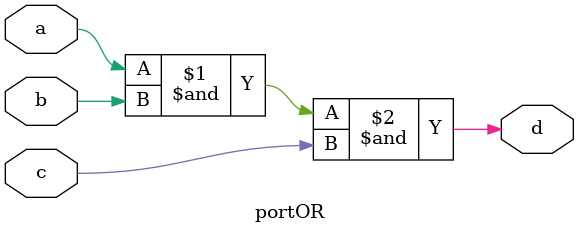
<source format=sv>
module portOR(
    input a, b, c,
    output d,
);

assign d = a & b & c;
endmodule

</source>
